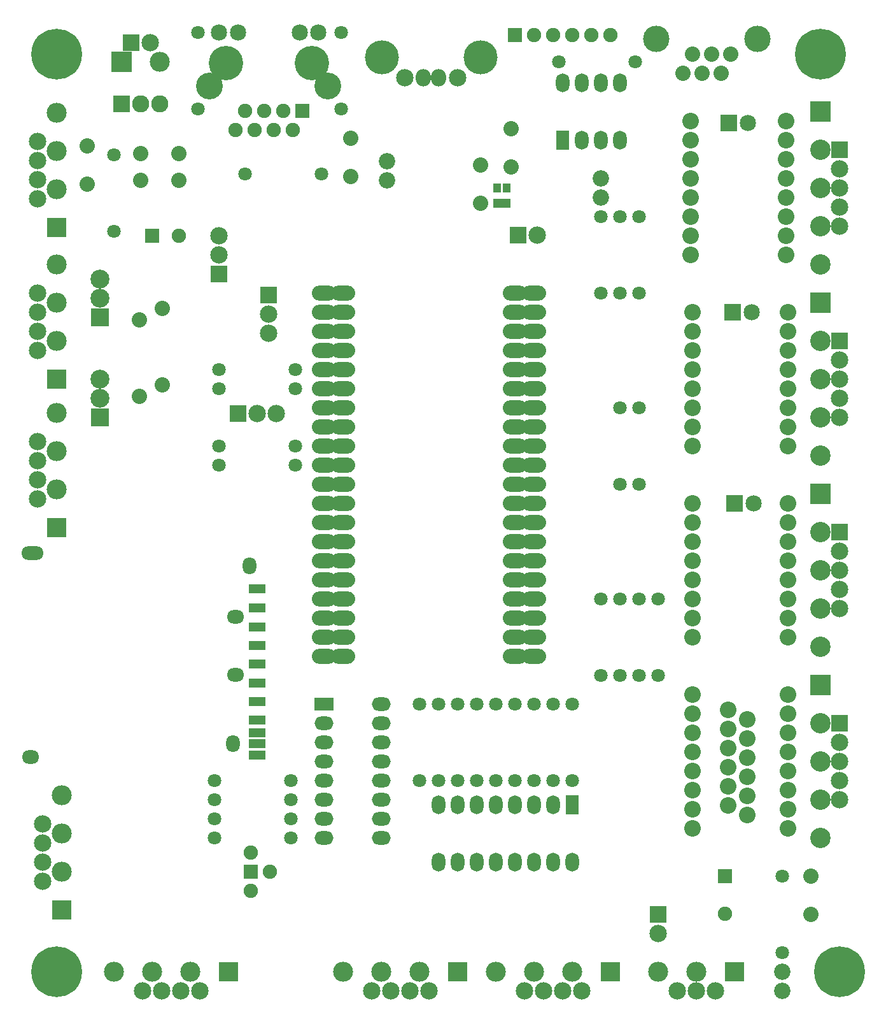
<source format=gts>
G04 (created by PCBNEW-RS274X (2012-02-06 BZR 3180)-stable) date Fri 05 Oct 2012 08:43:45 AM CEST*
G01*
G70*
G90*
%MOIN*%
G04 Gerber Fmt 3.4, Leading zero omitted, Abs format*
%FSLAX34Y34*%
G04 APERTURE LIST*
%ADD10C,0.006000*%
%ADD11R,0.104600X0.104600*%
%ADD12C,0.104600*%
%ADD13C,0.090900*%
%ADD14R,0.071200X0.098700*%
%ADD15O,0.071200X0.098700*%
%ADD16C,0.266100*%
%ADD17C,0.071200*%
%ADD18C,0.090000*%
%ADD19R,0.090000X0.090000*%
%ADD20R,0.098700X0.071200*%
%ADD21O,0.098700X0.071200*%
%ADD22R,0.106600X0.106600*%
%ADD23R,0.090900X0.090900*%
%ADD24C,0.106600*%
%ADD25O,0.126300X0.079100*%
%ADD26C,0.180000*%
%ADD27R,0.075000X0.075000*%
%ADD28C,0.075000*%
%ADD29C,0.140000*%
%ADD30C,0.085000*%
%ADD31C,0.080000*%
%ADD32C,0.086000*%
%ADD33C,0.098700*%
%ADD34R,0.094800X0.094800*%
%ADD35R,0.088900X0.047600*%
%ADD36O,0.070900X0.090400*%
%ADD37O,0.090400X0.070900*%
%ADD38O,0.117800X0.070900*%
%ADD39O,0.079100X0.090900*%
%ADD40C,0.177500*%
%ADD41C,0.086900*%
%ADD42C,0.138100*%
%ADD43R,0.039700X0.051500*%
%ADD44R,0.085000X0.085000*%
G04 APERTURE END LIST*
G54D10*
G54D11*
X49500Y-64000D03*
G54D12*
X47500Y-64000D03*
G54D13*
X48500Y-65000D03*
X47500Y-65000D03*
X46500Y-65000D03*
G54D12*
X45500Y-64000D03*
G54D14*
X40500Y-20500D03*
G54D15*
X41500Y-20500D03*
X42500Y-20500D03*
X43500Y-20500D03*
X43500Y-17500D03*
X42500Y-17500D03*
X41500Y-17500D03*
X40500Y-17500D03*
G54D16*
X14000Y-16000D03*
X54000Y-16000D03*
X14000Y-64000D03*
X55000Y-64000D03*
G54D17*
X26250Y-57000D03*
X22250Y-57000D03*
X41000Y-54000D03*
X41000Y-50000D03*
X40000Y-54000D03*
X40000Y-50000D03*
X23850Y-22250D03*
X27850Y-22250D03*
X26250Y-56000D03*
X22250Y-56000D03*
X37000Y-54000D03*
X37000Y-50000D03*
X45500Y-44500D03*
X45500Y-48500D03*
X35000Y-54000D03*
X35000Y-50000D03*
X33000Y-54000D03*
X33000Y-50000D03*
X42500Y-48500D03*
X42500Y-44500D03*
X34000Y-54000D03*
X34000Y-50000D03*
X38000Y-54000D03*
X38000Y-50000D03*
X26500Y-33500D03*
X22500Y-33500D03*
X43500Y-48500D03*
X43500Y-44500D03*
X26500Y-32500D03*
X22500Y-32500D03*
X44500Y-44500D03*
X44500Y-48500D03*
X43500Y-38500D03*
X43500Y-34500D03*
X17000Y-25250D03*
X17000Y-21250D03*
X44500Y-34500D03*
X44500Y-38500D03*
X36000Y-50000D03*
X36000Y-54000D03*
X43500Y-28500D03*
X43500Y-24500D03*
X26500Y-37500D03*
X22500Y-37500D03*
X26500Y-36500D03*
X22500Y-36500D03*
X44500Y-24500D03*
X44500Y-28500D03*
X52000Y-63000D03*
X52000Y-59000D03*
X42500Y-24500D03*
X42500Y-28500D03*
X21400Y-18850D03*
X21400Y-14850D03*
X28900Y-18850D03*
X28900Y-14850D03*
X44300Y-16400D03*
X40300Y-16400D03*
X39000Y-54000D03*
X39000Y-50000D03*
X26250Y-54000D03*
X22250Y-54000D03*
X26250Y-55000D03*
X22250Y-55000D03*
G54D18*
X19400Y-18600D03*
X18400Y-18600D03*
G54D19*
X17400Y-18600D03*
G54D11*
X14000Y-25050D03*
G54D12*
X14000Y-23050D03*
X14000Y-21050D03*
X14000Y-19050D03*
G54D13*
X13000Y-23550D03*
X13000Y-22550D03*
X13000Y-21550D03*
X13000Y-20550D03*
G54D14*
X41000Y-55250D03*
G54D15*
X40000Y-55250D03*
X39000Y-55250D03*
X38000Y-55250D03*
X37000Y-55250D03*
X36000Y-55250D03*
X35000Y-55250D03*
X34000Y-55250D03*
X34000Y-58250D03*
X35000Y-58250D03*
X36000Y-58250D03*
X37000Y-58250D03*
X38000Y-58250D03*
X39000Y-58250D03*
X40000Y-58250D03*
X41000Y-58250D03*
G54D20*
X28000Y-50000D03*
G54D21*
X28000Y-51000D03*
X28000Y-52000D03*
X28000Y-53000D03*
X28000Y-54000D03*
X28000Y-55000D03*
X28000Y-56000D03*
X28000Y-57000D03*
X31000Y-57000D03*
X31000Y-56000D03*
X31000Y-55000D03*
X31000Y-54000D03*
X31000Y-53000D03*
X31000Y-52000D03*
X31000Y-51000D03*
X31000Y-50000D03*
G54D22*
X17400Y-16400D03*
G54D12*
X19400Y-16400D03*
G54D23*
X17900Y-15400D03*
G54D13*
X18900Y-15400D03*
G54D11*
X14000Y-33000D03*
G54D12*
X14000Y-31000D03*
X14000Y-29000D03*
X14000Y-27000D03*
G54D13*
X13000Y-31500D03*
X13000Y-30500D03*
X13000Y-29500D03*
X13000Y-28500D03*
G54D11*
X14250Y-60750D03*
G54D12*
X14250Y-58750D03*
X14250Y-56750D03*
X14250Y-54750D03*
G54D13*
X13250Y-59250D03*
X13250Y-58250D03*
X13250Y-57250D03*
X13250Y-56250D03*
G54D11*
X23000Y-64000D03*
G54D12*
X21000Y-64000D03*
X19000Y-64000D03*
X17000Y-64000D03*
G54D13*
X21500Y-65000D03*
X20500Y-65000D03*
X19500Y-65000D03*
X18500Y-65000D03*
G54D11*
X43000Y-64000D03*
G54D12*
X41000Y-64000D03*
X39000Y-64000D03*
X37000Y-64000D03*
G54D13*
X41500Y-65000D03*
X40500Y-65000D03*
X39500Y-65000D03*
X38500Y-65000D03*
G54D11*
X14000Y-40750D03*
G54D12*
X14000Y-38750D03*
X14000Y-36750D03*
X14000Y-34750D03*
G54D13*
X13000Y-39250D03*
X13000Y-38250D03*
X13000Y-37250D03*
X13000Y-36250D03*
G54D11*
X35000Y-64000D03*
G54D12*
X33000Y-64000D03*
X31000Y-64000D03*
X29000Y-64000D03*
G54D13*
X33500Y-65000D03*
X32500Y-65000D03*
X31500Y-65000D03*
X30500Y-65000D03*
G54D22*
X54000Y-49000D03*
G54D24*
X54000Y-51000D03*
X54000Y-53000D03*
X54000Y-55000D03*
G54D23*
X55000Y-51000D03*
G54D13*
X55000Y-52000D03*
X55000Y-53000D03*
X55000Y-54000D03*
G54D24*
X54000Y-57000D03*
G54D13*
X55000Y-55000D03*
G54D22*
X54000Y-39000D03*
G54D24*
X54000Y-41000D03*
X54000Y-43000D03*
X54000Y-45000D03*
G54D23*
X55000Y-41000D03*
G54D13*
X55000Y-42000D03*
X55000Y-43000D03*
X55000Y-44000D03*
G54D24*
X54000Y-47000D03*
G54D13*
X55000Y-45000D03*
G54D22*
X54000Y-19000D03*
G54D24*
X54000Y-21000D03*
X54000Y-23000D03*
X54000Y-25000D03*
G54D23*
X55000Y-21000D03*
G54D13*
X55000Y-22000D03*
X55000Y-23000D03*
X55000Y-24000D03*
G54D24*
X54000Y-27000D03*
G54D13*
X55000Y-25000D03*
G54D22*
X54000Y-29000D03*
G54D24*
X54000Y-31000D03*
X54000Y-33000D03*
X54000Y-35000D03*
G54D23*
X55000Y-31000D03*
G54D13*
X55000Y-32000D03*
X55000Y-33000D03*
X55000Y-34000D03*
G54D24*
X54000Y-37000D03*
G54D13*
X55000Y-35000D03*
G54D25*
X39000Y-28500D03*
X39000Y-29500D03*
X39000Y-30500D03*
X39000Y-31500D03*
X39000Y-32500D03*
X39000Y-33500D03*
X39000Y-34500D03*
X39000Y-35500D03*
X39000Y-36500D03*
X39000Y-37500D03*
X39000Y-38500D03*
X39000Y-39500D03*
X39000Y-40500D03*
X39000Y-41500D03*
X39000Y-42500D03*
X39000Y-43500D03*
X39000Y-44500D03*
X39000Y-45500D03*
X39000Y-46500D03*
X39000Y-47500D03*
X28000Y-47500D03*
X28000Y-46500D03*
X28000Y-45500D03*
X28000Y-44500D03*
X28000Y-43500D03*
X28000Y-42500D03*
X28000Y-41500D03*
X28000Y-40500D03*
X28000Y-39500D03*
X28000Y-38500D03*
X28000Y-37500D03*
X28000Y-36500D03*
X28000Y-35500D03*
X28000Y-34500D03*
X28000Y-33500D03*
X28000Y-32500D03*
X28000Y-31500D03*
X28000Y-30500D03*
X28000Y-29500D03*
X28000Y-28500D03*
X29000Y-28500D03*
X29000Y-29500D03*
X29000Y-30500D03*
X29000Y-31500D03*
X29000Y-32500D03*
X29000Y-33500D03*
X29000Y-34500D03*
X29000Y-35500D03*
X29000Y-36500D03*
X29000Y-37500D03*
X29000Y-38500D03*
X29000Y-39500D03*
X29000Y-40500D03*
X29000Y-41500D03*
X29000Y-42500D03*
X29000Y-43500D03*
X29000Y-44500D03*
X29000Y-45500D03*
X29000Y-46500D03*
X29000Y-47500D03*
X38000Y-47500D03*
X38000Y-46500D03*
X38000Y-45500D03*
X38000Y-44500D03*
X38000Y-43500D03*
X38000Y-42500D03*
X38000Y-41500D03*
X38000Y-40500D03*
X38000Y-39500D03*
X38000Y-38500D03*
X38000Y-37500D03*
X38000Y-36500D03*
X38000Y-35500D03*
X38000Y-34500D03*
X38000Y-33500D03*
X38000Y-32500D03*
X38000Y-31500D03*
X38000Y-30500D03*
X38000Y-29500D03*
X38000Y-28500D03*
G54D23*
X22500Y-27500D03*
G54D13*
X22500Y-26500D03*
X22500Y-25500D03*
G54D26*
X22850Y-16450D03*
X27350Y-16450D03*
G54D27*
X26850Y-18950D03*
G54D28*
X26350Y-19950D03*
X25850Y-18950D03*
X25350Y-19950D03*
X24850Y-18950D03*
X24350Y-19950D03*
X23850Y-18950D03*
X23350Y-19950D03*
G54D29*
X28200Y-17650D03*
X22000Y-17650D03*
G54D30*
X27700Y-14850D03*
X26710Y-14850D03*
X23490Y-14850D03*
X22500Y-14850D03*
G54D31*
X53500Y-59000D03*
X53500Y-61000D03*
X15600Y-22800D03*
X15600Y-20800D03*
X29400Y-22400D03*
X29400Y-20400D03*
X20400Y-21200D03*
X18400Y-21200D03*
X20400Y-22600D03*
X18400Y-22600D03*
G54D32*
X42500Y-23500D03*
X42500Y-22500D03*
X31300Y-22600D03*
X31300Y-21600D03*
G54D27*
X49000Y-59000D03*
G54D28*
X49000Y-60969D03*
G54D27*
X19000Y-25500D03*
G54D28*
X20378Y-25500D03*
G54D33*
X16250Y-33000D03*
X16250Y-34000D03*
G54D34*
X16250Y-35000D03*
G54D33*
X16250Y-27750D03*
X16250Y-28750D03*
G54D34*
X16250Y-29750D03*
G54D23*
X45500Y-61000D03*
G54D13*
X45500Y-62000D03*
G54D23*
X23500Y-34800D03*
G54D13*
X24500Y-34800D03*
X25500Y-34800D03*
G54D23*
X25100Y-28600D03*
G54D13*
X25100Y-29600D03*
X25100Y-30600D03*
G54D35*
X24500Y-44978D03*
X24500Y-45957D03*
X24500Y-46935D03*
X24500Y-47913D03*
X24500Y-48890D03*
X24500Y-49869D03*
X24500Y-50818D03*
X24500Y-51483D03*
X24500Y-43963D03*
X24500Y-52050D03*
X24500Y-52676D03*
G54D36*
X24081Y-42770D03*
G54D37*
X23364Y-45443D03*
X23364Y-48463D03*
X12616Y-52758D03*
G54D36*
X23222Y-52053D03*
G54D38*
X12719Y-42085D03*
G54D39*
X33205Y-17220D03*
X33995Y-17220D03*
G54D13*
X32225Y-17220D03*
G54D40*
X31015Y-16150D03*
X36185Y-16150D03*
G54D13*
X34975Y-17220D03*
G54D32*
X52000Y-64000D03*
X52000Y-65000D03*
G54D31*
X19520Y-33300D03*
X19520Y-29300D03*
X18315Y-33900D03*
X18315Y-29900D03*
G54D27*
X24155Y-58765D03*
G54D28*
X24155Y-57765D03*
X24155Y-59765D03*
X25155Y-58765D03*
G54D41*
X50150Y-55800D03*
X49150Y-55300D03*
X50150Y-54800D03*
X49150Y-54300D03*
X50150Y-53800D03*
X49150Y-53300D03*
X50150Y-52800D03*
X49150Y-52300D03*
X50150Y-51800D03*
X49150Y-51300D03*
X50150Y-50800D03*
X49150Y-50300D03*
X47200Y-19500D03*
X47200Y-20500D03*
X47200Y-21500D03*
X47200Y-22500D03*
X47200Y-23500D03*
X47200Y-24500D03*
X47200Y-25500D03*
X47200Y-26500D03*
X52200Y-26500D03*
X52200Y-25500D03*
X52200Y-24500D03*
X52200Y-23500D03*
X52200Y-22500D03*
X52200Y-21500D03*
X52200Y-20500D03*
X52200Y-19500D03*
X47300Y-29500D03*
X47300Y-30500D03*
X47300Y-31500D03*
X47300Y-32500D03*
X47300Y-33500D03*
X47300Y-34500D03*
X47300Y-35500D03*
X47300Y-36500D03*
X52300Y-36500D03*
X52300Y-35500D03*
X52300Y-34500D03*
X52300Y-33500D03*
X52300Y-32500D03*
X52300Y-31500D03*
X52300Y-30500D03*
X52300Y-29500D03*
X47300Y-39500D03*
X47300Y-40500D03*
X47300Y-41500D03*
X47300Y-42500D03*
X47300Y-43500D03*
X47300Y-44500D03*
X47300Y-45500D03*
X47300Y-46500D03*
X52300Y-46500D03*
X52300Y-45500D03*
X52300Y-44500D03*
X52300Y-43500D03*
X52300Y-42500D03*
X52300Y-41500D03*
X52300Y-40500D03*
X52300Y-39500D03*
X47300Y-49500D03*
X47300Y-50500D03*
X47300Y-51500D03*
X47300Y-52500D03*
X47300Y-53500D03*
X47300Y-54500D03*
X47300Y-55500D03*
X47300Y-56500D03*
X52300Y-56500D03*
X52300Y-55500D03*
X52300Y-54500D03*
X52300Y-53500D03*
X52300Y-52500D03*
X52300Y-51500D03*
X52300Y-50500D03*
X52300Y-49500D03*
G54D23*
X38150Y-25450D03*
G54D13*
X39150Y-25450D03*
G54D31*
X47800Y-17000D03*
X48800Y-17000D03*
X46800Y-17000D03*
X49300Y-16000D03*
X48300Y-16000D03*
X47300Y-16000D03*
G54D42*
X45400Y-15200D03*
X50700Y-15200D03*
G54D27*
X38000Y-15000D03*
G54D28*
X39000Y-15000D03*
X40000Y-15000D03*
X41000Y-15000D03*
X42000Y-15000D03*
X43000Y-15000D03*
G54D43*
X37044Y-23794D03*
X37556Y-23794D03*
X37300Y-23794D03*
X37556Y-23006D03*
X37044Y-23006D03*
G54D31*
X36200Y-23800D03*
X36200Y-21800D03*
X37800Y-21900D03*
X37800Y-19900D03*
G54D44*
X49200Y-19600D03*
G54D30*
X50200Y-19600D03*
G54D44*
X49400Y-29500D03*
G54D30*
X50400Y-29500D03*
G54D44*
X49500Y-39500D03*
G54D30*
X50500Y-39500D03*
M02*

</source>
